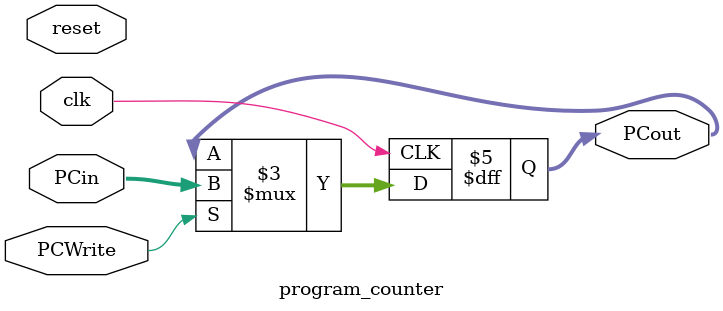
<source format=v>
`timescale 1ns / 1ps
module program_counter(
		input							clk,
		input							reset,
		input							PCWrite,
		input[ADDR_WIDTH-1:0]	PCin,
		output reg[ADDR_WIDTH-1:0]  PCout
    );
parameter ADDR_WIDTH = 16;

initial begin
	PCout <= 0;
end
always @(posedge clk) begin
	if(PCWrite) PCout <= PCin;
end

endmodule

</source>
